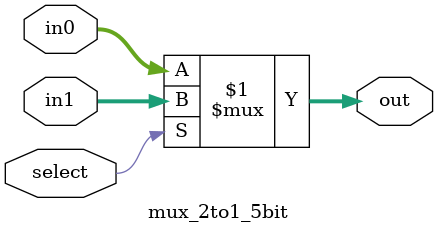
<source format=v>
module mux_2to1_5bit
(
    input select,
    input [4:0]in0,
    input [4:0]in1,

    output [4:0]out

);

  assign out = (select) ? in1: in0;
  
endmodule
</source>
